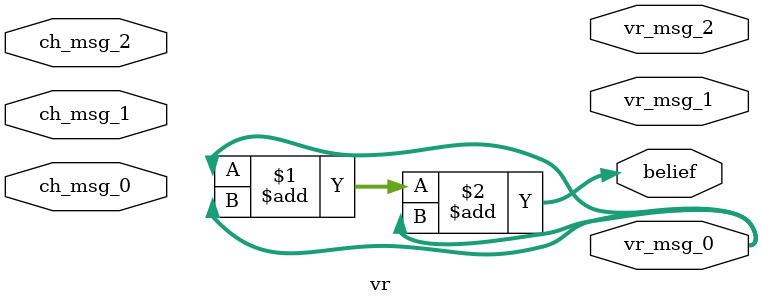
<source format=v>
module vr#(parameter DATA_WIDTH = 6)(
	input [DATA_WIDTH-1:0] ch_msg_0,
	input [DATA_WIDTH-1:0] ch_msg_1,
	input [DATA_WIDTH-1:0] ch_msg_2,
	output [DATA_WIDTH-1:0] vr_msg_0,
	output [DATA_WIDTH-1:0] vr_msg_1,
	output [DATA_WIDTH-1:0] vr_msg_2,
	output [DATA_WIDTH-1:0] belief
	);

assign belief = vr_msg_0 + vr_msg_0 + vr_msg_0;

endmodule

</source>
